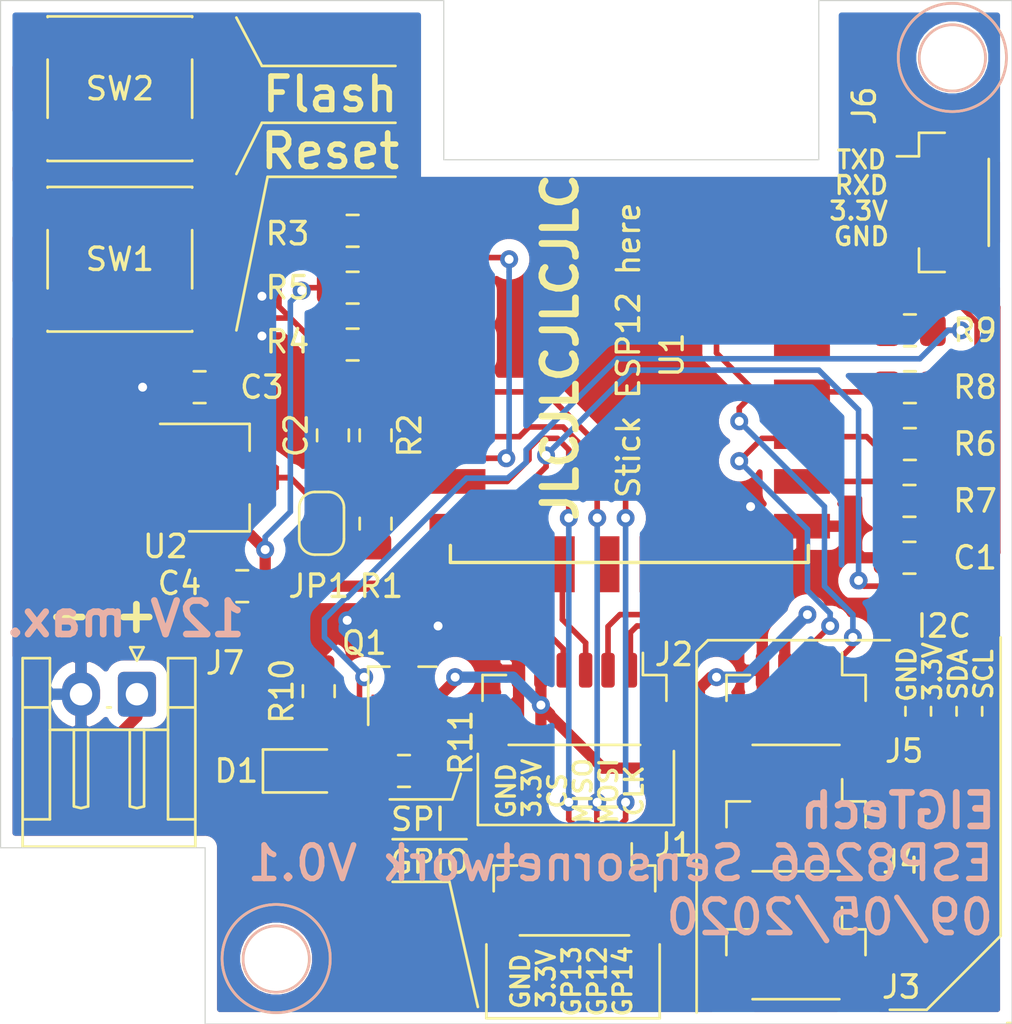
<source format=kicad_pcb>
(kicad_pcb (version 20171130) (host pcbnew "(5.1.5)-3")
  (layers (0 F.Cu signal hide) (31 B.Cu signal) (34 B.Paste user) (35 F.Paste user hide) (36 B.SilkS user) (37 F.SilkS user hide) (38 B.Mask user) (39 F.Mask user hide) (44 Edge.Cuts user))
  (net 0 "")
  (net 1 -BATT)
  (net 2 +3V3)
  (net 3 "Net-(C2-Pad1)")
  (net 4 +BATT)
  (net 5 "Net-(D1-Pad2)")
  (net 6 SENSOR_POWER)
  (net 7 GP2)
  (net 8 GP1)
  (net 9 GP0)
  (net 10 CS)
  (net 11 MISO)
  (net 12 MOSI)
  (net 13 SCLK)
  (net 14 SDA)
  (net 15 SCL)
  (net 16 "Net-(J6-Pad2)")
  (net 17 "Net-(J6-Pad1)")
  (net 18 "Net-(R3-Pad2)")
  (net 19 "Net-(R4-Pad2)")
  (net 20 "Net-(R5-Pad2)")
  (net 21 "Net-(R7-Pad1)")
  (net 22 ENABLE_SENSORS)
  (net 23 "Net-(U1-Pad20)")
  (net 24 "Net-(U1-Pad19)")
  (net 25 "Net-(U1-Pad13)")
  (net 26 "Net-(Q1-Pad1)")
  (net 27 "Net-(JP1-Pad2)")
  (module MountingHole:MountingHole_2.2mm_M2 (layer F.Cu) (at 107.061 43.688)
    (fp_text reference REF** hide)
    (fp_text value MountingHole_2.2mm_M2)
    (pad 1 np_thru_hole circle (at 0 0) (size 2.2 2.2) (drill 2.2) (layers *.Cu *.Mask))
  )
  (module MountingHole:MountingHole_2.2mm_M2 (layer F.Cu) (at 76.835 83.947)
    (fp_text reference REF** hide)
    (fp_text value MountingHole_2.2mm_M2)
    (pad 1 np_thru_hole circle (at 0 0) (size 2.2 2.2) (drill 2.2) (layers *.Cu *.Mask))
  )
  (module Jumper:SolderJumper-2_P1.3mm_Bridged_RoundedPad1.0x1.5mm (layer F.Cu) (at 78.867 64.501 270)
    (fp_text reference JP1 (at 2.809 0.127 180) (layer F.SilkS))
    (fp_text value SolderJumper_2_Bridged)
    (fp_poly (pts (xy 0.25 -0.3) (xy -0.25 -0.3) (xy -0.25 0.3) (xy 0.25 0.3)) (layer F.Cu) (width 0))
    (pad 1 smd custom (at -0.65 0 270) (size 1 0.5) (layers F.Cu F.Mask) (net 4 +BATT) (options (clearance outline) (anchor rect)) (primitives (gr_circle (center 0 0.25) (end 0.5 0.25) (width 0)) (gr_circle (center 0 -0.25) (end 0.5 -0.25) (width 0)) (gr_poly (pts (xy 0 -0.75) (xy 0.5 -0.75) (xy 0.5 0.75) (xy 0 0.75)) (width 0))))
    (pad 2 smd custom (at 0.65 0 270) (size 1 0.5) (layers F.Cu F.Mask) (net 27 "Net-(JP1-Pad2)") (options (clearance outline) (anchor rect)) (primitives (gr_circle (center 0 0.25) (end 0.5 0.25) (width 0)) (gr_circle (center 0 -0.25) (end 0.5 -0.25) (width 0)) (gr_poly (pts (xy 0 -0.75) (xy -0.5 -0.75) (xy -0.5 0.75) (xy 0 0.75)) (width 0))))
  )
  (module ESP8266:ESP-12E_SMD (layer F.Cu) (at 85.64 50.63)
    (fp_text reference U1 (at 8.89 6.35 90) (layer F.SilkS))
    (fp_text value ESP-12F hide)
    (pad 22 smd rect (at 11.99 15 90) (size 2.5 1.1) (drill (offset -0.7 0)) (layers F.Cu F.Paste F.Mask) (net 13 SCLK))
    (pad 21 smd rect (at 9.99 15 90) (size 2.5 1.1) (drill (offset -0.7 0)) (layers F.Cu F.Paste F.Mask) (net 12 MOSI))
    (pad 20 smd rect (at 7.99 15 90) (size 2.5 1.1) (drill (offset -0.7 0)) (layers F.Cu F.Paste F.Mask) (net 23 "Net-(U1-Pad20)"))
    (pad 19 smd rect (at 5.99 15 90) (size 2.5 1.1) (drill (offset -0.7 0)) (layers F.Cu F.Paste F.Mask) (net 24 "Net-(U1-Pad19)"))
    (pad 18 smd rect (at 3.99 15 90) (size 2.5 1.1) (drill (offset -0.7 0)) (layers F.Cu F.Paste F.Mask) (net 11 MISO))
    (pad 17 smd rect (at 1.99 15 90) (size 2.5 1.1) (drill (offset -0.7 0)) (layers F.Cu F.Paste F.Mask) (net 10 CS))
    (pad 16 smd rect (at 14 0) (size 2.5 1.1) (drill (offset 0.7 0)) (layers F.Cu F.Paste F.Mask) (net 17 "Net-(J6-Pad1)"))
    (pad 15 smd rect (at 14 2) (size 2.5 1.1) (drill (offset 0.7 0)) (layers F.Cu F.Paste F.Mask) (net 16 "Net-(J6-Pad2)"))
    (pad 14 smd rect (at 14 4) (size 2.5 1.1) (drill (offset 0.7 0)) (layers F.Cu F.Paste F.Mask) (net 22 ENABLE_SENSORS))
    (pad 13 smd rect (at 14 6) (size 2.5 1.1) (drill (offset 0.7 0)) (layers F.Cu F.Paste F.Mask) (net 25 "Net-(U1-Pad13)"))
    (pad 12 smd rect (at 14 8) (size 2.5 1.1) (drill (offset 0.7 0)) (layers F.Cu F.Paste F.Mask) (net 15 SCL))
    (pad 11 smd rect (at 14 10) (size 2.5 1.1) (drill (offset 0.7 0)) (layers F.Cu F.Paste F.Mask) (net 14 SDA))
    (pad 10 smd rect (at 14 12) (size 2.5 1.1) (drill (offset 0.7 0)) (layers F.Cu F.Paste F.Mask) (net 21 "Net-(R7-Pad1)"))
    (pad 9 smd rect (at 14 14) (size 2.5 1.1) (drill (offset 0.7 0)) (layers F.Cu F.Paste F.Mask) (net 1 -BATT))
    (pad 8 smd rect (at 0 14) (size 2.5 1.1) (drill (offset -0.7 0)) (layers F.Cu F.Paste F.Mask) (net 2 +3V3))
    (pad 7 smd rect (at 0 12) (size 2.5 1.1) (drill (offset -0.7 0)) (layers F.Cu F.Paste F.Mask) (net 9 GP0))
    (pad 6 smd rect (at 0 10) (size 2.5 1.1) (drill (offset -0.7 0)) (layers F.Cu F.Paste F.Mask) (net 8 GP1))
    (pad 5 smd rect (at 0 8) (size 2.5 1.1) (drill (offset -0.7 0)) (layers F.Cu F.Paste F.Mask) (net 7 GP2))
    (pad 4 smd rect (at 0 6) (size 2.5 1.1) (drill (offset -0.7 0)) (layers F.Cu F.Paste F.Mask) (net 19 "Net-(R4-Pad2)"))
    (pad 3 smd rect (at 0 4) (size 2.5 1.1) (drill (offset -0.7 0)) (layers F.Cu F.Paste F.Mask) (net 20 "Net-(R5-Pad2)"))
    (pad 2 smd rect (at 0 2) (size 2.5 1.1) (drill (offset -0.7 0)) (layers F.Cu F.Paste F.Mask) (net 3 "Net-(C2-Pad1)"))
    (pad 1 smd rect (at 0 0) (size 2.5 1.1) (drill (offset -0.7 0)) (layers F.Cu F.Paste F.Mask) (net 18 "Net-(R3-Pad2)"))
  )
  (module Package_TO_SOT_SMD:SuperSOT-3 (layer F.Cu) (at 82.55 71.755 90)
    (fp_text reference Q1 (at 1.905 -1.778 180) (layer F.SilkS))
    (fp_text value FDN337N)
    (pad 3 smd rect (at 1.1 0 90) (size 1.4 1) (layers F.Cu F.Paste F.Mask) (net 2 +3V3))
    (pad 2 smd rect (at -1.1 0.95 90) (size 1.4 1) (layers F.Cu F.Paste F.Mask) (net 6 SENSOR_POWER))
    (pad 1 smd rect (at -1.1 -0.95 90) (size 1.4 1) (layers F.Cu F.Paste F.Mask) (net 26 "Net-(Q1-Pad1)"))
  )
  (module Package_TO_SOT_SMD:SOT-89-3 (layer F.Cu) (at 73.87 62.46)
    (fp_text reference U2 (at -1.988 3.072) (layer F.SilkS))
    (fp_text value HT75xx-1-SOT89)
    (pad 2 smd trapezoid (at -0.0762 0 90) (size 1.5 1) (rect_delta 0 0.7) (layers F.Cu F.Paste F.Mask) (net 4 +BATT))
    (pad 2 smd rect (at 1.3335 0 270) (size 2.2 1.84) (layers F.Cu F.Paste F.Mask) (net 4 +BATT))
    (pad 3 smd rect (at -1.48 1.5 270) (size 1 1.5) (layers F.Cu F.Paste F.Mask) (net 2 +3V3))
    (pad 2 smd rect (at -1.3335 0 270) (size 1 1.8) (layers F.Cu F.Paste F.Mask) (net 4 +BATT))
    (pad 1 smd rect (at -1.48 -1.5 270) (size 1 1.5) (layers F.Cu F.Paste F.Mask) (net 1 -BATT))
    (pad 2 smd trapezoid (at 2.667 0 270) (size 1.6 0.85) (rect_delta 0 0.6) (layers F.Cu F.Paste F.Mask) (net 4 +BATT))
  )
  (module Button_Switch_SMD:SW_Push_1P1T_NO_6x6mm_H9.5mm (layer F.Cu) (at 69.85 45.085)
    (fp_text reference SW2 (at 0 0) (layer F.SilkS))
    (fp_text value Flash)
    (pad 2 smd rect (at 3.975 2.25) (size 1.55 1.3) (layers F.Cu F.Paste F.Mask) (net 1 -BATT))
    (pad 1 smd rect (at 3.975 -2.25) (size 1.55 1.3) (layers F.Cu F.Paste F.Mask) (net 15 SCL))
    (pad 1 smd rect (at -3.975 -2.25) (size 1.55 1.3) (layers F.Cu F.Paste F.Mask) (net 15 SCL))
    (pad 2 smd rect (at -3.975 2.25) (size 1.55 1.3) (layers F.Cu F.Paste F.Mask) (net 1 -BATT))
  )
  (module Button_Switch_SMD:SW_Push_1P1T_NO_6x6mm_H9.5mm (layer F.Cu) (at 69.85 52.705)
    (fp_text reference SW1 (at 0 0) (layer F.SilkS))
    (fp_text value Reset)
    (pad 2 smd rect (at 3.975 2.25) (size 1.55 1.3) (layers F.Cu F.Paste F.Mask) (net 18 "Net-(R3-Pad2)"))
    (pad 1 smd rect (at 3.975 -2.25) (size 1.55 1.3) (layers F.Cu F.Paste F.Mask) (net 1 -BATT))
    (pad 1 smd rect (at -3.975 -2.25) (size 1.55 1.3) (layers F.Cu F.Paste F.Mask) (net 1 -BATT))
    (pad 2 smd rect (at -3.975 2.25) (size 1.55 1.3) (layers F.Cu F.Paste F.Mask) (net 18 "Net-(R3-Pad2)"))
  )
  (module Resistor_SMD:R_0805_2012Metric_Pad1.15x1.40mm_HandSolder (layer F.Cu) (at 82.55 75.565 180)
    (fp_text reference R11 (at -2.54 1.27 90) (layer F.SilkS))
    (fp_text value 2K)
    (pad 2 smd roundrect (at 1.025 0 180) (size 1.15 1.4) (layers F.Cu F.Paste F.Mask) (roundrect_rratio 0.217391) (net 5 "Net-(D1-Pad2)"))
    (pad 1 smd roundrect (at -1.025 0 180) (size 1.15 1.4) (layers F.Cu F.Paste F.Mask) (roundrect_rratio 0.217391) (net 6 SENSOR_POWER))
  )
  (module Resistor_SMD:R_0805_2012Metric_Pad1.15x1.40mm_HandSolder (layer F.Cu) (at 78.74 72 90)
    (fp_text reference R10 (at 0 -1.65 90) (layer F.SilkS))
    (fp_text value 10K)
    (pad 2 smd roundrect (at 1.025 0 90) (size 1.15 1.4) (layers F.Cu F.Paste F.Mask) (roundrect_rratio 0.217391) (net 1 -BATT))
    (pad 1 smd roundrect (at -1.025 0 90) (size 1.15 1.4) (layers F.Cu F.Paste F.Mask) (roundrect_rratio 0.217391) (net 26 "Net-(Q1-Pad1)"))
  )
  (module Resistor_SMD:R_0805_2012Metric_Pad1.15x1.40mm_HandSolder (layer F.Cu) (at 105.165 55.88 180)
    (fp_text reference R9 (at -2.912 0) (layer F.SilkS))
    (fp_text value 1K)
    (pad 2 smd roundrect (at 1.025 0 180) (size 1.15 1.4) (layers F.Cu F.Paste F.Mask) (roundrect_rratio 0.217391) (net 22 ENABLE_SENSORS))
    (pad 1 smd roundrect (at -1.025 0 180) (size 1.15 1.4) (layers F.Cu F.Paste F.Mask) (roundrect_rratio 0.217391) (net 26 "Net-(Q1-Pad1)"))
  )
  (module Resistor_SMD:R_0805_2012Metric_Pad1.15x1.40mm_HandSolder (layer F.Cu) (at 105.165 58.42 180)
    (fp_text reference R8 (at -2.912 0) (layer F.SilkS))
    (fp_text value 10K)
    (pad 1 smd roundrect (at -1.025 0 180) (size 1.15 1.4) (layers F.Cu F.Paste F.Mask) (roundrect_rratio 0.217391) (net 2 +3V3))
    (pad 2 smd roundrect (at 1.025 0 180) (size 1.15 1.4) (layers F.Cu F.Paste F.Mask) (roundrect_rratio 0.217391) (net 15 SCL))
  )
  (module Resistor_SMD:R_0805_2012Metric_Pad1.15x1.40mm_HandSolder (layer F.Cu) (at 105.147 63.5)
    (fp_text reference R7 (at 2.93 0) (layer F.SilkS))
    (fp_text value 10K)
    (pad 2 smd roundrect (at 1.025 0) (size 1.15 1.4) (layers F.Cu F.Paste F.Mask) (roundrect_rratio 0.217391) (net 1 -BATT))
    (pad 1 smd roundrect (at -1.025 0) (size 1.15 1.4) (layers F.Cu F.Paste F.Mask) (roundrect_rratio 0.217391) (net 21 "Net-(R7-Pad1)"))
  )
  (module Resistor_SMD:R_0805_2012Metric_Pad1.15x1.40mm_HandSolder (layer F.Cu) (at 105.165 60.96 180)
    (fp_text reference R6 (at -2.912 0) (layer F.SilkS))
    (fp_text value 10K)
    (pad 2 smd roundrect (at 1.025 0 180) (size 1.15 1.4) (layers F.Cu F.Paste F.Mask) (roundrect_rratio 0.217391) (net 14 SDA))
    (pad 1 smd roundrect (at -1.025 0 180) (size 1.15 1.4) (layers F.Cu F.Paste F.Mask) (roundrect_rratio 0.217391) (net 2 +3V3))
  )
  (module Resistor_SMD:R_0805_2012Metric_Pad1.15x1.40mm_HandSolder (layer F.Cu) (at 80.255 53.975)
    (fp_text reference R5 (at -2.912 0) (layer F.SilkS))
    (fp_text value 10K)
    (pad 2 smd roundrect (at 1.025 0) (size 1.15 1.4) (layers F.Cu F.Paste F.Mask) (roundrect_rratio 0.217391) (net 20 "Net-(R5-Pad2)"))
    (pad 1 smd roundrect (at -1.025 0) (size 1.15 1.4) (layers F.Cu F.Paste F.Mask) (roundrect_rratio 0.217391) (net 2 +3V3))
  )
  (module Resistor_SMD:R_0805_2012Metric_Pad1.15x1.40mm_HandSolder (layer F.Cu) (at 80.255 56.515)
    (fp_text reference R4 (at -2.912 -0.127) (layer F.SilkS))
    (fp_text value 10K)
    (pad 2 smd roundrect (at 1.025 0) (size 1.15 1.4) (layers F.Cu F.Paste F.Mask) (roundrect_rratio 0.217391) (net 19 "Net-(R4-Pad2)"))
    (pad 1 smd roundrect (at -1.025 0) (size 1.15 1.4) (layers F.Cu F.Paste F.Mask) (roundrect_rratio 0.217391) (net 18 "Net-(R3-Pad2)"))
  )
  (module Resistor_SMD:R_0805_2012Metric_Pad1.15x1.40mm_HandSolder (layer F.Cu) (at 80.255 51.435)
    (fp_text reference R3 (at -2.912 0.127) (layer F.SilkS))
    (fp_text value 10K)
    (pad 2 smd roundrect (at 1.025 0) (size 1.15 1.4) (layers F.Cu F.Paste F.Mask) (roundrect_rratio 0.217391) (net 18 "Net-(R3-Pad2)"))
    (pad 1 smd roundrect (at -1.025 0) (size 1.15 1.4) (layers F.Cu F.Paste F.Mask) (roundrect_rratio 0.217391) (net 2 +3V3))
  )
  (module Resistor_SMD:R_0805_2012Metric_Pad1.15x1.40mm_HandSolder (layer F.Cu) (at 81.28 60.57 90)
    (fp_text reference R2 (at -0.009 1.524 90) (layer F.SilkS))
    (fp_text value 100K)
    (pad 2 smd roundrect (at 1.025 0 90) (size 1.15 1.4) (layers F.Cu F.Paste F.Mask) (roundrect_rratio 0.217391) (net 1 -BATT))
    (pad 1 smd roundrect (at -1.025 0 90) (size 1.15 1.4) (layers F.Cu F.Paste F.Mask) (roundrect_rratio 0.217391) (net 3 "Net-(C2-Pad1)"))
  )
  (module Resistor_SMD:R_0805_2012Metric_Pad1.15x1.40mm_HandSolder (layer F.Cu) (at 81.28 64.516 90)
    (fp_text reference R1 (at -2.794 0.254 180) (layer F.SilkS))
    (fp_text value 1M)
    (pad 2 smd roundrect (at 1.025 0 90) (size 1.15 1.4) (layers F.Cu F.Paste F.Mask) (roundrect_rratio 0.217391) (net 3 "Net-(C2-Pad1)"))
    (pad 1 smd roundrect (at -1.025 0 90) (size 1.15 1.4) (layers F.Cu F.Paste F.Mask) (roundrect_rratio 0.217391) (net 27 "Net-(JP1-Pad2)"))
  )
  (module Connector_JST:JST_EH_S2B-EH_1x02_P2.50mm_Horizontal (layer F.Cu) (at 70.612 72.136 180)
    (fp_text reference J7 (at -3.937 1.397) (layer F.SilkS))
    (fp_text value Conn_01x02_Male)
    (pad 2 thru_hole oval (at 2.5 0 180) (size 1.7 2) (drill 1) (layers *.Cu *.Mask) (net 1 -BATT))
    (pad 1 thru_hole roundrect (at 0 0 180) (size 1.7 2) (drill 1) (layers *.Cu *.Mask) (roundrect_rratio 0.147059) (net 4 +BATT))
  )
  (module Connector_JST:JST_SH_BM04B-SRSS-TB_1x04-1MP_P1.00mm_Vertical (layer F.Cu) (at 106.68 50.165 270)
    (fp_text reference J6 (at -4.318 3.556 90) (layer F.SilkS))
    (fp_text value Conn_01x04_Female)
    (pad MP smd roundrect (at 2.8 -1.2 270) (size 1.2 1.8) (layers F.Cu F.Paste F.Mask) (roundrect_rratio 0.208333))
    (pad MP smd roundrect (at -2.8 -1.2 270) (size 1.2 1.8) (layers F.Cu F.Paste F.Mask) (roundrect_rratio 0.208333))
    (pad 4 smd roundrect (at 1.5 1.325 270) (size 0.6 1.55) (layers F.Cu F.Paste F.Mask) (net 1 -BATT))
    (pad 3 smd roundrect (at 0.5 1.325 270) (size 0.6 1.55) (layers F.Cu F.Paste F.Mask) (net 2 +3V3))
    (pad 2 smd roundrect (at -0.5 1.325 270) (size 0.6 1.55) (layers F.Cu F.Paste F.Mask) (net 16 "Net-(J6-Pad2)"))
    (pad 1 smd roundrect (at -1.5 1.325 270) (size 0.6 1.55) (layers F.Cu F.Paste F.Mask) (net 17 "Net-(J6-Pad1)"))
  )
  (module Connector_JST:JST_SH_BM04B-SRSS-TB_1x04-1MP_P1.00mm_Vertical (layer F.Cu) (at 100.076 72.39 180)
    (fp_text reference J5 (at -4.832 -2.286) (layer F.SilkS))
    (fp_text value Conn_01x04_Female)
    (pad MP smd roundrect (at 2.8 -1.2 180) (size 1.2 1.8) (layers F.Cu F.Paste F.Mask) (roundrect_rratio 0.208333))
    (pad MP smd roundrect (at -2.8 -1.2 180) (size 1.2 1.8) (layers F.Cu F.Paste F.Mask) (roundrect_rratio 0.208333))
    (pad 4 smd roundrect (at 1.5 1.325 180) (size 0.6 1.55) (layers F.Cu F.Paste F.Mask) (net 1 -BATT))
    (pad 3 smd roundrect (at 0.5 1.325 180) (size 0.6 1.55) (layers F.Cu F.Paste F.Mask) (net 6 SENSOR_POWER))
    (pad 2 smd roundrect (at -0.5 1.325 180) (size 0.6 1.55) (layers F.Cu F.Paste F.Mask) (net 14 SDA))
    (pad 1 smd roundrect (at -1.5 1.325 180) (size 0.6 1.55) (layers F.Cu F.Paste F.Mask) (net 15 SCL))
  )
  (module Connector_JST:JST_SH_BM04B-SRSS-TB_1x04-1MP_P1.00mm_Vertical (layer F.Cu) (at 100.076 78.035 180)
    (fp_text reference J4 (at -4.699 -1.594) (layer F.SilkS))
    (fp_text value Conn_01x04_Female)
    (pad MP smd roundrect (at 2.8 -1.2 180) (size 1.2 1.8) (layers F.Cu F.Paste F.Mask) (roundrect_rratio 0.208333))
    (pad MP smd roundrect (at -2.8 -1.2 180) (size 1.2 1.8) (layers F.Cu F.Paste F.Mask) (roundrect_rratio 0.208333))
    (pad 4 smd roundrect (at 1.5 1.325 180) (size 0.6 1.55) (layers F.Cu F.Paste F.Mask) (net 1 -BATT))
    (pad 3 smd roundrect (at 0.5 1.325 180) (size 0.6 1.55) (layers F.Cu F.Paste F.Mask) (net 6 SENSOR_POWER))
    (pad 2 smd roundrect (at -0.5 1.325 180) (size 0.6 1.55) (layers F.Cu F.Paste F.Mask) (net 14 SDA))
    (pad 1 smd roundrect (at -1.5 1.325 180) (size 0.6 1.55) (layers F.Cu F.Paste F.Mask) (net 15 SCL))
  )
  (module Connector_JST:JST_SH_BM04B-SRSS-TB_1x04-1MP_P1.00mm_Vertical (layer F.Cu) (at 100.07 83.75 180)
    (fp_text reference J3 (at -4.705 -1.467) (layer F.SilkS))
    (fp_text value Conn_01x04_Female)
    (pad MP smd roundrect (at 2.8 -1.2 180) (size 1.2 1.8) (layers F.Cu F.Paste F.Mask) (roundrect_rratio 0.208333))
    (pad MP smd roundrect (at -2.8 -1.2 180) (size 1.2 1.8) (layers F.Cu F.Paste F.Mask) (roundrect_rratio 0.208333))
    (pad 4 smd roundrect (at 1.5 1.325 180) (size 0.6 1.55) (layers F.Cu F.Paste F.Mask) (net 1 -BATT))
    (pad 3 smd roundrect (at 0.5 1.325 180) (size 0.6 1.55) (layers F.Cu F.Paste F.Mask) (net 6 SENSOR_POWER))
    (pad 2 smd roundrect (at -0.5 1.325 180) (size 0.6 1.55) (layers F.Cu F.Paste F.Mask) (net 14 SDA))
    (pad 1 smd roundrect (at -1.5 1.325 180) (size 0.6 1.55) (layers F.Cu F.Paste F.Mask) (net 15 SCL))
  )
  (module Connector_JST:JST_SH_BM06B-SRSS-TB_1x06-1MP_P1.00mm_Vertical (layer F.Cu) (at 90.17 72.39 180)
    (fp_text reference J2 (at -4.445 2.032) (layer F.SilkS))
    (fp_text value Conn_01x06_Female)
    (pad MP smd roundrect (at 3.8 -1.2 180) (size 1.2 1.8) (layers F.Cu F.Paste F.Mask) (roundrect_rratio 0.208333))
    (pad MP smd roundrect (at -3.8 -1.2 180) (size 1.2 1.8) (layers F.Cu F.Paste F.Mask) (roundrect_rratio 0.208333))
    (pad 6 smd roundrect (at 2.5 1.325 180) (size 0.6 1.55) (layers F.Cu F.Paste F.Mask) (net 1 -BATT))
    (pad 5 smd roundrect (at 1.5 1.325 180) (size 0.6 1.55) (layers F.Cu F.Paste F.Mask) (net 6 SENSOR_POWER))
    (pad 4 smd roundrect (at 0.5 1.325 180) (size 0.6 1.55) (layers F.Cu F.Paste F.Mask) (net 10 CS))
    (pad 3 smd roundrect (at -0.5 1.325 180) (size 0.6 1.55) (layers F.Cu F.Paste F.Mask) (net 11 MISO))
    (pad 2 smd roundrect (at -1.5 1.325 180) (size 0.6 1.55) (layers F.Cu F.Paste F.Mask) (net 12 MOSI))
    (pad 1 smd roundrect (at -2.5 1.325 180) (size 0.6 1.55) (layers F.Cu F.Paste F.Mask) (net 13 SCLK))
  )
  (module Connector_JST:JST_SH_BM05B-SRSS-TB_1x05-1MP_P1.00mm_Vertical (layer F.Cu) (at 90.17 80.899 180)
    (fp_text reference J1 (at -4.445 2.032) (layer F.SilkS))
    (fp_text value Conn_01x05_Female)
    (pad MP smd roundrect (at 3.3 -1.2 180) (size 1.2 1.8) (layers F.Cu F.Paste F.Mask) (roundrect_rratio 0.208333))
    (pad MP smd roundrect (at -3.3 -1.2 180) (size 1.2 1.8) (layers F.Cu F.Paste F.Mask) (roundrect_rratio 0.208333))
    (pad 5 smd roundrect (at 2 1.325 180) (size 0.6 1.55) (layers F.Cu F.Paste F.Mask) (net 1 -BATT))
    (pad 4 smd roundrect (at 1 1.325 180) (size 0.6 1.55) (layers F.Cu F.Paste F.Mask) (net 6 SENSOR_POWER))
    (pad 3 smd roundrect (at 0 1.325 180) (size 0.6 1.55) (layers F.Cu F.Paste F.Mask) (net 9 GP0))
    (pad 2 smd roundrect (at -1 1.325 180) (size 0.6 1.55) (layers F.Cu F.Paste F.Mask) (net 8 GP1))
    (pad 1 smd roundrect (at -2 1.325 180) (size 0.6 1.55) (layers F.Cu F.Paste F.Mask) (net 7 GP2))
  )
  (module LED_SMD:LED_0805_2012Metric_Pad1.15x1.40mm_HandSolder (layer F.Cu) (at 78.105 75.565)
    (fp_text reference D1 (at -3.048 0) (layer F.SilkS))
    (fp_text value SensorsEnabled)
    (pad 2 smd roundrect (at 1.025 0) (size 1.15 1.4) (layers F.Cu F.Paste F.Mask) (roundrect_rratio 0.217391) (net 5 "Net-(D1-Pad2)"))
    (pad 1 smd roundrect (at -1.025 0) (size 1.15 1.4) (layers F.Cu F.Paste F.Mask) (roundrect_rratio 0.217391) (net 1 -BATT))
  )
  (module Capacitor_SMD:C_0805_2012Metric_Pad1.15x1.40mm_HandSolder (layer F.Cu) (at 75.32 67.31 180)
    (fp_text reference C4 (at 2.803 0.127) (layer F.SilkS))
    (fp_text value 10uF)
    (pad 2 smd roundrect (at 1.025 0 180) (size 1.15 1.4) (layers F.Cu F.Paste F.Mask) (roundrect_rratio 0.217391) (net 1 -BATT))
    (pad 1 smd roundrect (at -1.025 0 180) (size 1.15 1.4) (layers F.Cu F.Paste F.Mask) (roundrect_rratio 0.217391) (net 2 +3V3))
  )
  (module Capacitor_SMD:C_0805_2012Metric_Pad1.15x1.40mm_HandSolder (layer F.Cu) (at 73.415 58.42 180)
    (fp_text reference C3 (at -2.785 0) (layer F.SilkS))
    (fp_text value 10uF)
    (pad 2 smd roundrect (at 1.025 0 180) (size 1.15 1.4) (layers F.Cu F.Paste F.Mask) (roundrect_rratio 0.217391) (net 1 -BATT))
    (pad 1 smd roundrect (at -1.025 0 180) (size 1.15 1.4) (layers F.Cu F.Paste F.Mask) (roundrect_rratio 0.217391) (net 4 +BATT))
  )
  (module Capacitor_SMD:C_0805_2012Metric_Pad1.15x1.40mm_HandSolder (layer F.Cu) (at 79.375 60.57 90)
    (fp_text reference C2 (at 0 -1.65 90) (layer F.SilkS))
    (fp_text value 100pF)
    (pad 2 smd roundrect (at 1.025 0 90) (size 1.15 1.4) (layers F.Cu F.Paste F.Mask) (roundrect_rratio 0.217391) (net 1 -BATT))
    (pad 1 smd roundrect (at -1.025 0 90) (size 1.15 1.4) (layers F.Cu F.Paste F.Mask) (roundrect_rratio 0.217391) (net 3 "Net-(C2-Pad1)"))
  )
  (module Capacitor_SMD:C_0805_2012Metric_Pad1.15x1.40mm_HandSolder (layer F.Cu) (at 105.147 66.04 180)
    (fp_text reference C1 (at -2.93 0) (layer F.SilkS))
    (fp_text value 100pF)
    (pad 2 smd roundrect (at 1.025 0 180) (size 1.15 1.4) (layers F.Cu F.Paste F.Mask) (roundrect_rratio 0.217391) (net 1 -BATT))
    (pad 1 smd roundrect (at -1.025 0 180) (size 1.15 1.4) (layers F.Cu F.Paste F.Mask) (roundrect_rratio 0.217391) (net 2 +3V3))
  )
  (dimension 45.057205 (width 0.12) (layer F.SilkS) (gr_text "45.057 mm" (at 87.081113 32.403981 0.1453466682) (layer F.SilkS) (effects (font (size 1 1) (thickness 0.15)))) (feature1 (pts (xy 109.63148 40.95496) (xy 109.611377 33.030408))) (feature2 (pts (xy 64.57442 41.06926) (xy 64.554317 33.144708))) (crossbar (pts (xy 64.555805 33.731127) (xy 109.612865 33.616827))) (arrow1a (pts (xy 109.612865 33.616827) (xy 108.487852 34.206104))) (arrow1b (pts (xy 109.612865 33.616827) (xy 108.484877 33.033266))) (arrow2a (pts (xy 64.555805 33.731127) (xy 65.683793 34.314688))) (arrow2b (pts (xy 64.555805 33.731127) (xy 65.680818 33.14185))))
  (dimension 45.756157 (width 0.12) (layer F.SilkS) (gr_text "45.756 mm" (at 127.553115 64.038568 89.70738504) (layer F.SilkS) (effects (font (size 1 1) (thickness 0.15)))) (feature1 (pts (xy 109.51464 86.82482) (xy 126.752705 86.912857))) (feature2 (pts (xy 109.74832 41.06926) (xy 126.986385 41.157297))) (crossbar (pts (xy 126.399972 41.154302) (xy 126.166292 86.909862))) (arrow1a (pts (xy 126.166292 86.909862) (xy 125.585632 85.780378))) (arrow1b (pts (xy 126.166292 86.909862) (xy 126.758458 85.786368))) (arrow2a (pts (xy 126.399972 41.154302) (xy 125.807806 42.277796))) (arrow2b (pts (xy 126.399972 41.154302) (xy 126.980632 42.283786))))
  (gr_circle (center 76.83754 83.946759) (end 79.255548 83.946759) (layer B.SilkS) (width 0.12))
  (gr_circle (center 76.83754 83.96732) (end 78.318602 83.96732) (layer B.SilkS) (width 0.12))
  (gr_circle (center 107.06354 43.69054) (end 109.481548 43.69054) (layer B.SilkS) (width 0.12))
  (gr_circle (center 107.06354 43.711101) (end 108.544602 43.711101) (layer B.SilkS) (width 0.12))
  (gr_line (start 108.3945 72.7075) (end 108.3945 73.0885) (layer F.SilkS) (width 0.12))
  (gr_line (start 107.2515 72.7075) (end 107.2515 73.0885) (layer F.SilkS) (width 0.12))
  (gr_line (start 106.1085 72.7075) (end 106.1085 73.0885) (layer F.SilkS) (width 0.12))
  (gr_line (start 104.9655 72.7075) (end 104.9655 73.0885) (layer F.SilkS) (width 0.12))
  (gr_circle (center 76.835 83.947) (end 78.0415 81.8515) (layer F.SilkS) (width 0.12))
  (gr_circle (center 76.835 83.967561) (end 77.597 82.697561) (layer F.SilkS) (width 0.12))
  (gr_circle (center 107.061 43.708561) (end 107.823 42.438561) (layer F.SilkS) (width 0.12))
  (gr_circle (center 107.061 43.688) (end 108.2675 41.5925) (layer F.SilkS) (width 0.12))
  (gr_text EIGTech (at 104.63022 77.343) (layer B.SilkS) (effects (font (size 1.5 1.5) (thickness 0.3)) (justify mirror)))
  (gr_text "12V max." (at 70.104 68.7705) (layer B.SilkS) (effects (font (size 1.5 1.5) (thickness 0.3)) (justify mirror)))
  (gr_text JLCJLCJLCJLC (at 89.535 56.642 90) (layer F.SilkS) (effects (font (size 1.5 1.5) (thickness 0.3))))
  (gr_text "ESP8266 Sensornetwork V0.1\n09/05/2020" (at 109.03204 80.89392) (layer B.SilkS) (effects (font (size 1.5 1.5) (thickness 0.25)) (justify left mirror)))
  (gr_line (start 84.582 80.518) (end 85.852 86.106) (layer F.SilkS) (width 0.12))
  (gr_line (start 82.042 80.518) (end 84.582 80.518) (layer F.SilkS) (width 0.12))
  (gr_line (start 84.709 76.835) (end 85.09 75.692) (layer F.SilkS) (width 0.12))
  (gr_line (start 81.915 76.835) (end 84.709 76.835) (layer F.SilkS) (width 0.12))
  (gr_line (start 82.042 78.613) (end 85.344 78.613) (layer F.SilkS) (width 0.12))
  (gr_text GPIO (at 83.693 79.629) (layer F.SilkS) (effects (font (size 1 1))))
  (gr_text SPI (at 83.185 77.724) (layer F.SilkS) (effects (font (size 1 1))))
  (gr_text "Stick ESP12 here" (at 92.583 56.769 90) (layer F.SilkS) (effects (font (size 1 1))))
  (gr_line (start 93.98 86.614) (end 93.98 83.312) (layer F.SilkS) (width 0.12))
  (gr_line (start 93.853 86.614) (end 93.98 86.614) (layer F.SilkS) (width 0.12))
  (gr_line (start 86.233 86.614) (end 93.853 86.614) (layer F.SilkS) (width 0.12))
  (gr_line (start 86.233 83.312) (end 86.233 86.614) (layer F.SilkS) (width 0.12))
  (gr_line (start 94.615 77.978) (end 94.615 74.676) (layer F.SilkS) (width 0.12))
  (gr_line (start 85.852 77.978) (end 94.615 77.978) (layer F.SilkS) (width 0.12))
  (gr_line (start 85.852 74.803) (end 85.852 77.978) (layer F.SilkS) (width 0.12))
  (gr_text GP14 (at 92.329 84.963 90) (layer F.SilkS) (effects (font (size 0.8 0.8))))
  (gr_text GP13 (at 90.043 84.963 90) (layer F.SilkS) (effects (font (size 0.8 0.8))))
  (gr_text GND (at 87.757 84.963 90) (layer F.SilkS) (effects (font (size 0.8 0.8))))
  (gr_text GP12 (at 91.186 84.963 90) (layer F.SilkS) (effects (font (size 0.8 0.8))))
  (gr_text 3.3V (at 88.9 84.836 90) (layer F.SilkS) (effects (font (size 0.8 0.8))))
  (gr_text MOSI (at 91.694 76.454 90) (layer F.SilkS) (effects (font (size 0.8 0.8))))
  (gr_text CLK (at 92.837 76.454 90) (layer F.SilkS) (effects (font (size 0.8 0.8))))
  (gr_text MISO (at 90.551 76.454 90) (layer F.SilkS) (effects (font (size 0.8 0.8))))
  (gr_text CS (at 89.408 76.454 90) (layer F.SilkS) (effects (font (size 0.8 0.8))))
  (gr_text GND (at 87.122 76.454 90) (layer F.SilkS) (effects (font (size 0.8 0.8))))
  (gr_text 3.3V (at 88.265 76.327 90) (layer F.SilkS) (effects (font (size 0.8 0.8))))
  (gr_text "- +" (at 69.088 68.58) (layer F.SilkS) (effects (font (size 1.5 1.5) (thickness 0.3))))
  (gr_line (start 96.139 69.723) (end 104.267 69.723) (layer F.SilkS) (width 0.12))
  (gr_line (start 95.631 70.231) (end 96.139 69.723) (layer F.SilkS) (width 0.12))
  (gr_line (start 95.631 70.231) (end 95.631 86.36) (layer F.SilkS) (width 0.12))
  (gr_line (start 105.918 86.233) (end 104.267 86.233) (layer F.SilkS) (width 0.12))
  (gr_line (start 109.22 82.931) (end 105.918 86.233) (layer F.SilkS) (width 0.12))
  (gr_line (start 109.22 69.596) (end 109.22 82.931) (layer F.SilkS) (width 0.12))
  (gr_text SCL (at 108.458 71.247 90) (layer F.SilkS) (effects (font (size 0.8 0.8))))
  (gr_text 3.3V (at 106.172 71.12 90) (layer F.SilkS) (effects (font (size 0.8 0.8))))
  (gr_text GND (at 105.029 71.247 90) (layer F.SilkS) (effects (font (size 0.8 0.8))))
  (gr_text SDA (at 107.315 71.247 90) (layer F.SilkS) (effects (font (size 0.8 0.8))))
  (gr_text I2C (at 106.68 69.088) (layer F.SilkS) (effects (font (size 1 1))))
  (gr_text TXD (at 102.997 48.26) (layer F.SilkS) (effects (font (size 0.8 0.8))))
  (gr_text RXD (at 102.997 49.403) (layer F.SilkS) (effects (font (size 0.8 0.8))))
  (gr_text 3.3V (at 102.87 50.546) (layer F.SilkS) (effects (font (size 0.8 0.8))))
  (gr_text GND (at 102.997 51.689) (layer F.SilkS) (effects (font (size 0.8 0.8))))
  (gr_line (start 76.2 44.069) (end 75.057 41.91) (layer F.SilkS) (width 0.12))
  (gr_line (start 82.169 44.069) (end 76.2 44.069) (layer F.SilkS) (width 0.12))
  (gr_line (start 76.454 49.022) (end 75.057 55.88) (layer F.SilkS) (width 0.12))
  (gr_line (start 82.169 49.022) (end 76.454 49.022) (layer F.SilkS) (width 0.12))
  (gr_line (start 76.2 46.609) (end 82.169 46.609) (layer F.SilkS) (width 0.12))
  (gr_line (start 75.057 48.895) (end 76.2 46.609) (layer F.SilkS) (width 0.12))
  (gr_text Reset (at 79.248 47.879) (layer F.SilkS) (effects (font (size 1.5 1.5) (thickness 0.25))))
  (gr_text Flash (at 79.248 45.339) (layer F.SilkS) (effects (font (size 1.5 1.5) (thickness 0.25))))
  (gr_line (start 64.516 78.994) (end 64.516 67.564) (layer Edge.Cuts) (width 0.05))
  (gr_line (start 106.172 86.868) (end 73.66 86.868) (layer Edge.Cuts) (width 0.05))
  (gr_line (start 73.66 78.994) (end 73.66 86.868) (layer Edge.Cuts) (width 0.05))
  (gr_line (start 64.516 78.994) (end 73.66 78.994) (layer Edge.Cuts) (width 0.05))
  (gr_line (start 109.728 86.868) (end 109.22 86.868) (layer Edge.Cuts) (width 0.05))
  (gr_line (start 109.728 41.148) (end 109.728 86.868) (layer Edge.Cuts) (width 0.05))
  (gr_line (start 109.728 41.148) (end 109.22 41.148) (layer Edge.Cuts) (width 0.05))
  (gr_line (start 109.22 41.148) (end 101.092 41.148) (layer Edge.Cuts) (width 0.05))
  (gr_line (start 108.712 86.868) (end 109.22 86.868) (layer Edge.Cuts) (width 0.05))
  (gr_line (start 106.172 86.868) (end 108.712 86.868) (layer Edge.Cuts) (width 0.05))
  (gr_line (start 64.516 41.148) (end 64.516 67.564) (layer Edge.Cuts) (width 0.05))
  (gr_line (start 84.328 41.148) (end 64.516 41.148) (layer Edge.Cuts) (width 0.05))
  (gr_line (start 101.092 48.26) (end 101.092 41.148) (layer Edge.Cuts) (width 0.05))
  (gr_line (start 84.328 48.26) (end 101.092 48.26) (layer Edge.Cuts) (width 0.05))
  (gr_line (start 84.328 41.148) (end 84.328 48.26) (layer Edge.Cuts) (width 0.05))
  (segment (start 79.375 59.545) (end 81.28 59.545) (width 0.25) (layer F.Cu) (net 1))
  (segment (start 72.39 60.96) (end 72.39 58.42) (width 0.5) (layer F.Cu) (net 1))
  (segment (start 79.375 58.97) (end 77.301 56.896) (width 0.25) (layer F.Cu) (net 1))
  (segment (start 79.375 59.545) (end 79.375 58.97) (width 0.25) (layer F.Cu) (net 1))
  (segment (start 73.214 56.896) (end 72.39 57.72) (width 0.25) (layer F.Cu) (net 1))
  (segment (start 72.39 57.72) (end 72.39 58.42) (width 0.25) (layer F.Cu) (net 1))
  (segment (start 65.875 47.335) (end 65.875 50.455) (width 0.5) (layer F.Cu) (net 1))
  (segment (start 73.825 47.335) (end 73.825 50.455) (width 0.5) (layer F.Cu) (net 1))
  (segment (start 99.64 64.63) (end 99.754 64.516) (width 0.25) (layer F.Cu) (net 1))
  (segment (start 106.172 64.2) (end 105.602 64.77) (width 0.25) (layer F.Cu) (net 1))
  (segment (start 106.172 63.5) (end 106.172 64.2) (width 0.25) (layer F.Cu) (net 1))
  (segment (start 104.122 65.34) (end 104.122 66.04) (width 0.25) (layer F.Cu) (net 1))
  (segment (start 104.692 64.77) (end 104.122 65.34) (width 0.25) (layer F.Cu) (net 1))
  (segment (start 105.602 64.77) (end 104.692 64.77) (width 0.25) (layer F.Cu) (net 1))
  (segment (start 98.57 71.01) (end 98.57 76.71) (width 0.5) (layer F.Cu) (net 1))
  (segment (start 98.57 76.71) (end 98.57 82.425) (width 0.5) (layer F.Cu) (net 1))
  (segment (start 87.67 71.065) (end 87.67 78.526) (width 0.5) (layer F.Cu) (net 1))
  (segment (start 88.17 79.026) (end 88.17 79.955) (width 0.5) (layer F.Cu) (net 1))
  (segment (start 87.67 78.526) (end 88.17 79.026) (width 0.5) (layer F.Cu) (net 1))
  (segment (start 77.08 71.935) (end 77.08 74.865) (width 0.5) (layer F.Cu) (net 1))
  (segment (start 78.04 70.975) (end 77.08 71.935) (width 0.5) (layer F.Cu) (net 1))
  (segment (start 77.08 74.865) (end 77.08 75.565) (width 0.5) (layer F.Cu) (net 1))
  (segment (start 78.74 70.975) (end 78.04 70.975) (width 0.5) (layer F.Cu) (net 1))
  (segment (start 74.295 68.01) (end 74.295 67.31) (width 0.5) (layer F.Cu) (net 1))
  (segment (start 77.26 70.975) (end 74.295 68.01) (width 0.5) (layer F.Cu) (net 1))
  (segment (start 78.74 70.975) (end 77.26 70.975) (width 0.5) (layer F.Cu) (net 1))
  (segment (start 98.57 71.01) (end 98.57 68.52) (width 0.5) (layer F.Cu) (net 1))
  (segment (start 78.74 70.4) (end 80.01 69.13) (width 0.5) (layer F.Cu) (net 1))
  (segment (start 78.74 70.975) (end 78.74 70.4) (width 0.5) (layer F.Cu) (net 1))
  (segment (start 80.01 69.13) (end 80.01 68.834) (width 0.5) (layer F.Cu) (net 1))
  (segment (start 80.01 68.834) (end 80.01 68.834) (width 0.5) (layer F.Cu) (net 1))
  (via (at 80.01 68.834) (size 0.8) (drill 0.4) (layers F.Cu B.Cu) (net 1))
  (segment (start 80.01 68.834) (end 80.264 68.58) (width 0.5) (layer B.Cu) (net 1))
  (segment (start 98.57 68.52) (end 99.314 67.818) (width 0.5) (layer F.Cu) (net 1))
  (segment (start 99.64 67.492) (end 99.314 67.818) (width 0.5) (layer F.Cu) (net 1))
  (segment (start 101.02 66.984) (end 101.6 67.564) (width 0.5) (layer F.Cu) (net 1))
  (segment (start 101.6 67.564) (end 101.528 67.492) (width 0.25) (layer F.Cu) (net 1))
  (segment (start 101.964 66.04) (end 101.02 66.984) (width 0.5) (layer F.Cu) (net 1))
  (segment (start 102.87 66.04) (end 101.964 66.04) (width 0.5) (layer F.Cu) (net 1))
  (segment (start 104.122 66.04) (end 102.87 66.04) (width 0.5) (layer F.Cu) (net 1))
  (segment (start 100.402 66.984) (end 100.148 66.984) (width 0.25) (layer F.Cu) (net 1))
  (segment (start 100.148 66.984) (end 99.568 67.564) (width 0.5) (layer F.Cu) (net 1))
  (segment (start 100.402 66.984) (end 101.02 66.984) (width 0.5) (layer F.Cu) (net 1))
  (segment (start 99.568 67.564) (end 99.64 67.492) (width 0.25) (layer F.Cu) (net 1))
  (segment (start 99.64 66.476) (end 100.148 66.984) (width 0.5) (layer F.Cu) (net 1))
  (segment (start 99.64 64.63) (end 99.64 66.476) (width 0.5) (layer F.Cu) (net 1))
  (segment (start 74.85 50.455) (end 76.2 51.805) (width 0.25) (layer F.Cu) (net 1))
  (segment (start 73.825 50.455) (end 74.85 50.455) (width 0.25) (layer F.Cu) (net 1))
  (segment (start 76.2 51.805) (end 76.2 54.356) (width 0.25) (layer F.Cu) (net 1))
  (segment (start 76.2 54.356) (end 76.2 54.356) (width 0.25) (layer F.Cu) (net 1))
  (via (at 76.2 54.356) (size 0.8) (drill 0.4) (layers F.Cu B.Cu) (net 1))
  (segment (start 76.2 56.896) (end 76.2 56.134) (width 0.25) (layer F.Cu) (net 1))
  (segment (start 76.2 56.896) (end 73.214 56.896) (width 0.25) (layer F.Cu) (net 1))
  (segment (start 77.301 56.896) (end 76.2 56.896) (width 0.25) (layer F.Cu) (net 1))
  (segment (start 76.2 56.134) (end 76.2 56.134) (width 0.25) (layer F.Cu) (net 1))
  (via (at 76.2 56.134) (size 0.8) (drill 0.4) (layers F.Cu B.Cu) (net 1))
  (segment (start 76.2 54.356) (end 76.2 56.134) (width 0.25) (layer B.Cu) (net 1))
  (segment (start 80.01 68.834) (end 85.598 63.246) (width 0.5) (layer B.Cu) (net 1))
  (segment (start 85.598 63.246) (end 97.536 63.246) (width 0.5) (layer B.Cu) (net 1))
  (segment (start 97.536 63.246) (end 98.044 63.754) (width 0.5) (layer B.Cu) (net 1))
  (segment (start 98.044 63.754) (end 98.044 63.754) (width 0.5) (layer B.Cu) (net 1))
  (via (at 98.044 63.754) (size 0.8) (drill 0.4) (layers F.Cu B.Cu) (net 1))
  (segment (start 98.92 64.63) (end 98.044 63.754) (width 0.5) (layer F.Cu) (net 1))
  (segment (start 99.64 64.63) (end 98.92 64.63) (width 0.5) (layer F.Cu) (net 1))
  (segment (start 80.409999 68.434001) (end 83.420001 68.434001) (width 0.5) (layer B.Cu) (net 1))
  (segment (start 80.01 68.834) (end 80.409999 68.434001) (width 0.5) (layer B.Cu) (net 1))
  (segment (start 83.420001 68.434001) (end 84.074 69.088) (width 0.5) (layer B.Cu) (net 1))
  (segment (start 84.074 69.088) (end 84.074 69.088) (width 0.5) (layer B.Cu) (net 1))
  (via (at 84.074 69.088) (size 0.8) (drill 0.4) (layers F.Cu B.Cu) (net 1))
  (segment (start 87.67 70.652) (end 87.67 71.065) (width 0.25) (layer F.Cu) (net 1))
  (segment (start 84.074 69.088) (end 86.106 69.088) (width 0.5) (layer F.Cu) (net 1))
  (segment (start 86.106 69.088) (end 87.67 70.652) (width 0.5) (layer F.Cu) (net 1))
  (segment (start 72.39 58.42) (end 70.866 58.42) (width 0.5) (layer F.Cu) (net 1))
  (segment (start 70.866 58.42) (end 70.866 58.42) (width 0.5) (layer F.Cu) (net 1))
  (via (at 70.866 58.42) (size 0.8) (drill 0.4) (layers F.Cu B.Cu) (net 1))
  (segment (start 73.72 67.31) (end 74.295 67.31) (width 0.5) (layer F.Cu) (net 1))
  (segment (start 71.438 67.31) (end 73.72 67.31) (width 0.5) (layer F.Cu) (net 1))
  (segment (start 68.112 70.636) (end 71.438 67.31) (width 0.5) (layer F.Cu) (net 1))
  (segment (start 68.112 72.136) (end 68.112 70.636) (width 0.5) (layer F.Cu) (net 1))
  (segment (start 68.112 70.572) (end 68.112 72.136) (width 0.5) (layer B.Cu) (net 1))
  (segment (start 70.358 68.326) (end 68.112 70.572) (width 0.5) (layer B.Cu) (net 1))
  (segment (start 70.866 67.31) (end 70.866 67.818) (width 0.5) (layer B.Cu) (net 1))
  (segment (start 70.866 67.818) (end 70.358 68.326) (width 0.5) (layer B.Cu) (net 1))
  (segment (start 70.866 58.42) (end 70.866 67.31) (width 0.5) (layer B.Cu) (net 1))
  (segment (start 105.355 52.777) (end 105.355 51.665) (width 0.5) (layer F.Cu) (net 1))
  (segment (start 106.68 54.102) (end 105.355 52.777) (width 0.5) (layer F.Cu) (net 1))
  (segment (start 108.204 54.102) (end 106.68 54.102) (width 0.5) (layer F.Cu) (net 1))
  (segment (start 101.528 67.492) (end 102.108 68.072) (width 0.5) (layer F.Cu) (net 1))
  (segment (start 106.68 68.072) (end 108.712 66.04) (width 0.5) (layer F.Cu) (net 1))
  (segment (start 102.108 68.072) (end 106.68 68.072) (width 0.5) (layer F.Cu) (net 1))
  (segment (start 108.204 54.102) (end 108.966 54.864) (width 0.5) (layer F.Cu) (net 1))
  (segment (start 108.966 65.786) (end 106.68 68.072) (width 0.5) (layer F.Cu) (net 1))
  (segment (start 108.966 54.864) (end 108.966 65.786) (width 0.5) (layer F.Cu) (net 1))
  (segment (start 65.875 47.335) (end 73.825 47.335) (width 0.25) (layer F.Cu) (net 1))
  (segment (start 66.9 50.455) (end 73.825 50.455) (width 0.25) (layer F.Cu) (net 1))
  (segment (start 65.875 50.455) (end 66.9 50.455) (width 0.25) (layer F.Cu) (net 1))
  (segment (start 79.23 51.435) (end 79.23 53.975) (width 0.25) (layer F.Cu) (net 2))
  (segment (start 76.345 65.677) (end 76.345 65.677) (width 0.5) (layer F.Cu) (net 2))
  (segment (start 75.692 65.024) (end 76.345 65.677) (width 0.5) (layer F.Cu) (net 2))
  (segment (start 106.19 60.26) (end 106.19 58.42) (width 0.25) (layer F.Cu) (net 2))
  (segment (start 106.19 60.96) (end 106.19 60.26) (width 0.25) (layer F.Cu) (net 2))
  (segment (start 106.181 60.969) (end 106.19 60.96) (width 0.25) (layer F.Cu) (net 2))
  (segment (start 76.345 67.31) (end 82.804 67.31) (width 0.5) (layer F.Cu) (net 2))
  (segment (start 82.804 67.31) (end 83.566 66.548) (width 0.5) (layer F.Cu) (net 2))
  (segment (start 85.64 64.63) (end 84.722 64.63) (width 0.5) (layer F.Cu) (net 2))
  (segment (start 83.566 65.786) (end 83.566 66.548) (width 0.5) (layer F.Cu) (net 2))
  (segment (start 84.722 64.63) (end 83.566 65.786) (width 0.5) (layer F.Cu) (net 2))
  (segment (start 82.804 69.201) (end 82.804 67.31) (width 0.5) (layer F.Cu) (net 2))
  (segment (start 82.55 69.455) (end 82.804 69.201) (width 0.5) (layer F.Cu) (net 2))
  (segment (start 82.55 70.655) (end 82.55 69.455) (width 0.5) (layer F.Cu) (net 2))
  (segment (start 106.934 60.96) (end 106.19 60.96) (width 0.25) (layer F.Cu) (net 2))
  (segment (start 107.442 65.345) (end 107.442 61.468) (width 0.25) (layer F.Cu) (net 2))
  (segment (start 107.442 61.468) (end 106.934 60.96) (width 0.25) (layer F.Cu) (net 2))
  (segment (start 106.747 66.04) (end 107.442 65.345) (width 0.25) (layer F.Cu) (net 2))
  (segment (start 106.172 66.04) (end 106.747 66.04) (width 0.25) (layer F.Cu) (net 2))
  (segment (start 106.172 66.74) (end 105.602 67.31) (width 0.25) (layer F.Cu) (net 2))
  (segment (start 106.172 66.04) (end 106.172 66.74) (width 0.25) (layer F.Cu) (net 2))
  (segment (start 105.602 67.31) (end 103.124 67.31) (width 0.25) (layer F.Cu) (net 2))
  (segment (start 103.124 67.31) (end 102.87 67.056) (width 0.25) (layer F.Cu) (net 2))
  (segment (start 102.87 67.056) (end 102.87 67.056) (width 0.25) (layer F.Cu) (net 2))
  (via (at 102.87 67.056) (size 0.8) (drill 0.4) (layers F.Cu B.Cu) (net 2))
  (segment (start 85.64 64.63) (end 86.246 64.63) (width 0.25) (layer F.Cu) (net 2))
  (segment (start 86.246 64.63) (end 88.9 61.976) (width 0.25) (layer F.Cu) (net 2))
  (segment (start 88.9 61.976) (end 88.9 61.468) (width 0.25) (layer F.Cu) (net 2))
  (segment (start 88.9 61.468) (end 88.9 61.468) (width 0.25) (layer F.Cu) (net 2))
  (via (at 88.9 61.468) (size 0.8) (drill 0.4) (layers F.Cu B.Cu) (net 2))
  (segment (start 102.87 62.23) (end 102.87 67.056) (width 0.25) (layer B.Cu) (net 2))
  (segment (start 102.87 59.436) (end 102.87 62.23) (width 0.25) (layer B.Cu) (net 2))
  (segment (start 101.092 57.658) (end 102.87 59.436) (width 0.25) (layer B.Cu) (net 2))
  (segment (start 88.9 61.468) (end 92.71 57.658) (width 0.25) (layer B.Cu) (net 2))
  (segment (start 92.71 57.658) (end 101.092 57.658) (width 0.25) (layer B.Cu) (net 2))
  (segment (start 79.23 53.975) (end 78.105 53.975) (width 0.25) (layer F.Cu) (net 2))
  (segment (start 78.105 53.975) (end 77.978 54.102) (width 0.25) (layer F.Cu) (net 2))
  (segment (start 77.978 54.102) (end 77.978 54.102) (width 0.25) (layer F.Cu) (net 2))
  (via (at 77.978 54.102) (size 0.8) (drill 0.4) (layers F.Cu B.Cu) (net 2))
  (segment (start 76.345 65.677) (end 76.345 67.31) (width 0.5) (layer F.Cu) (net 2))
  (via (at 76.345 65.677) (size 0.8) (drill 0.4) (layers F.Cu B.Cu) (net 2))
  (segment (start 77.47 54.61) (end 77.978 54.102) (width 0.25) (layer B.Cu) (net 2))
  (segment (start 77.47 63.986315) (end 77.47 54.61) (width 0.25) (layer B.Cu) (net 2))
  (segment (start 76.345 65.111315) (end 77.47 63.986315) (width 0.25) (layer B.Cu) (net 2))
  (segment (start 76.345 65.677) (end 76.345 65.111315) (width 0.25) (layer B.Cu) (net 2))
  (segment (start 72.39 63.96) (end 72.85 63.96) (width 0.5) (layer F.Cu) (net 2))
  (segment (start 72.85 63.96) (end 73.914 65.024) (width 0.5) (layer F.Cu) (net 2))
  (segment (start 73.914 65.024) (end 75.692 65.024) (width 0.5) (layer F.Cu) (net 2))
  (segment (start 107.95 57.15) (end 106.765 58.42) (width 0.25) (layer F.Cu) (net 2))
  (segment (start 108.167001 56.932999) (end 107.95 57.15) (width 0.25) (layer F.Cu) (net 2))
  (segment (start 106.765 58.42) (end 106.19 58.42) (width 0.25) (layer F.Cu) (net 2))
  (segment (start 105.355 50.665) (end 104.58 50.665) (width 0.25) (layer F.Cu) (net 2))
  (segment (start 107.312012 54.67701) (end 108.167001 55.531999) (width 0.25) (layer F.Cu) (net 2))
  (segment (start 104.58 50.665) (end 104.14 51.105) (width 0.25) (layer F.Cu) (net 2))
  (segment (start 108.167001 55.531999) (end 108.167001 56.932999) (width 0.25) (layer F.Cu) (net 2))
  (segment (start 105.73101 54.67701) (end 107.312012 54.67701) (width 0.25) (layer F.Cu) (net 2))
  (segment (start 104.14 51.105) (end 104.14 53.086) (width 0.25) (layer F.Cu) (net 2))
  (segment (start 104.14 53.086) (end 105.73101 54.67701) (width 0.25) (layer F.Cu) (net 2))
  (segment (start 79.375 61.595) (end 81.28 61.595) (width 0.25) (layer F.Cu) (net 3))
  (segment (start 81.28 61.595) (end 81.28 63.5) (width 0.25) (layer F.Cu) (net 3))
  (segment (start 86.290002 61.595) (end 81.28 61.595) (width 0.25) (layer F.Cu) (net 3))
  (segment (start 87.174 52.63) (end 87.249 52.705) (width 0.25) (layer F.Cu) (net 3))
  (segment (start 87.249 61.595) (end 87.249 61.595) (width 0.25) (layer F.Cu) (net 3))
  (segment (start 85.64 52.63) (end 87.174 52.63) (width 0.25) (layer F.Cu) (net 3))
  (segment (start 87.249 61.595) (end 86.290002 61.595) (width 0.25) (layer F.Cu) (net 3))
  (via (at 87.122 61.595) (size 0.8) (drill 0.4) (layers F.Cu B.Cu) (net 3))
  (via (at 87.249 52.705) (size 0.8) (drill 0.4) (layers F.Cu B.Cu) (net 3))
  (segment (start 87.249 53.270685) (end 87.249 61.595) (width 0.25) (layer B.Cu) (net 3))
  (segment (start 87.249 52.705) (end 87.249 53.270685) (width 0.25) (layer B.Cu) (net 3))
  (segment (start 81.28 65.55) (end 80.58 65.55) (width 0.25) (layer F.Cu) (net 27))
  (segment (start 74.44 61.6965) (end 75.2035 62.46) (width 0.5) (layer F.Cu) (net 4))
  (segment (start 74.44 58.42) (end 74.44 61.6965) (width 0.5) (layer F.Cu) (net 4))
  (segment (start 72.5365 62.46) (end 75.2035 62.46) (width 0.25) (layer F.Cu) (net 4))
  (segment (start 80.58 65.541) (end 80.571 65.532) (width 0.25) (layer F.Cu) (net 27))
  (segment (start 81.28 65.541) (end 80.58 65.541) (width 0.25) (layer F.Cu) (net 27))
  (segment (start 77.827 62.811) (end 78.867 63.851) (width 0.25) (layer F.Cu) (net 4))
  (segment (start 77.827 62.811) (end 77.476 62.46) (width 0.25) (layer F.Cu) (net 4))
  (segment (start 77.319 62.46) (end 75.2035 62.46) (width 0.25) (layer F.Cu) (net 4))
  (segment (start 77.319 62.46) (end 76.537 62.46) (width 0.25) (layer F.Cu) (net 4))
  (segment (start 77.476 62.46) (end 77.319 62.46) (width 0.25) (layer F.Cu) (net 4))
  (segment (start 70.612 73.136) (end 70.612 72.136) (width 0.5) (layer F.Cu) (net 4))
  (segment (start 69.072 74.676) (end 70.612 73.136) (width 0.5) (layer F.Cu) (net 4))
  (segment (start 66.04 73.914) (end 66.802 74.676) (width 0.5) (layer F.Cu) (net 4))
  (segment (start 71.053 62.46) (end 70.104 63.409) (width 0.5) (layer F.Cu) (net 4))
  (segment (start 70.104 63.409) (end 70.104 66.548) (width 0.5) (layer F.Cu) (net 4))
  (segment (start 72.5365 62.46) (end 71.053 62.46) (width 0.5) (layer F.Cu) (net 4))
  (segment (start 70.104 66.548) (end 66.04 70.612) (width 0.5) (layer F.Cu) (net 4))
  (segment (start 66.802 74.676) (end 69.072 74.676) (width 0.5) (layer F.Cu) (net 4))
  (segment (start 66.04 70.612) (end 66.04 73.914) (width 0.5) (layer F.Cu) (net 4))
  (segment (start 81.525 75.565) (end 79.13 75.565) (width 0.5) (layer F.Cu) (net 5))
  (segment (start 99.57 82.425) (end 99.57 76.71) (width 0.5) (layer F.Cu) (net 6))
  (segment (start 99.57 75.935) (end 99.57 71.01) (width 0.5) (layer F.Cu) (net 6))
  (segment (start 99.57 76.71) (end 99.57 75.935) (width 0.25) (layer F.Cu) (net 6))
  (segment (start 88.67 71.065) (end 88.67 72.62) (width 0.5) (layer F.Cu) (net 6))
  (segment (start 89.17 78.756) (end 89.17 79.955) (width 0.5) (layer F.Cu) (net 6))
  (segment (start 88.67 78.256) (end 89.17 78.756) (width 0.5) (layer F.Cu) (net 6))
  (segment (start 83.5 75.49) (end 83.575 75.565) (width 0.5) (layer F.Cu) (net 6))
  (segment (start 83.5 72.855) (end 83.5 75.49) (width 0.5) (layer F.Cu) (net 6))
  (segment (start 84.836 71.374) (end 84.836 71.374) (width 0.5) (layer F.Cu) (net 6))
  (via (at 84.836 71.374) (size 0.8) (drill 0.4) (layers F.Cu B.Cu) (net 6))
  (segment (start 84.836 71.519) (end 83.5 72.855) (width 0.5) (layer F.Cu) (net 6))
  (segment (start 84.836 71.374) (end 84.836 71.519) (width 0.5) (layer F.Cu) (net 6))
  (segment (start 97.79 71.374) (end 100.584 68.58) (width 0.5) (layer B.Cu) (net 6))
  (segment (start 100.584 68.58) (end 100.584 68.58) (width 0.5) (layer B.Cu) (net 6))
  (via (at 100.584 68.58) (size 0.8) (drill 0.4) (layers F.Cu B.Cu) (net 6))
  (segment (start 88.67 72.62) (end 88.67 78.256) (width 0.5) (layer F.Cu) (net 6))
  (via (at 88.67 72.62) (size 0.8) (drill 0.4) (layers F.Cu B.Cu) (net 6))
  (segment (start 99.57 69.598) (end 99.57 71.01) (width 0.5) (layer F.Cu) (net 6))
  (segment (start 100.584 68.58) (end 99.568 69.596) (width 0.5) (layer F.Cu) (net 6))
  (segment (start 99.568 69.596) (end 99.57 69.598) (width 0.25) (layer F.Cu) (net 6))
  (segment (start 87.424 71.374) (end 87.122 71.374) (width 0.5) (layer B.Cu) (net 6))
  (segment (start 88.67 72.62) (end 87.424 71.374) (width 0.5) (layer B.Cu) (net 6))
  (segment (start 84.836 71.374) (end 87.122 71.374) (width 0.5) (layer B.Cu) (net 6))
  (segment (start 89.069999 73.019999) (end 89.069999 73.067999) (width 0.5) (layer F.Cu) (net 6))
  (segment (start 88.67 72.62) (end 89.069999 73.019999) (width 0.5) (layer F.Cu) (net 6))
  (segment (start 89.069999 73.067999) (end 91.44 75.438) (width 0.5) (layer F.Cu) (net 6))
  (segment (start 91.44 75.438) (end 94.996 75.438) (width 0.5) (layer F.Cu) (net 6))
  (segment (start 94.996 75.438) (end 95.758 74.676) (width 0.5) (layer F.Cu) (net 6))
  (segment (start 95.758 74.676) (end 95.758 71.882) (width 0.5) (layer F.Cu) (net 6))
  (segment (start 95.758 71.882) (end 96.266 71.374) (width 0.5) (layer F.Cu) (net 6))
  (segment (start 96.52 71.374) (end 97.79 71.374) (width 0.5) (layer B.Cu) (net 6))
  (via (at 96.52 71.374) (size 0.8) (drill 0.4) (layers F.Cu B.Cu) (net 6))
  (segment (start 90.17 79.955) (end 90.17 77.978) (width 0.25) (layer F.Cu) (net 9))
  (segment (start 90.17 77.978) (end 89.916 77.724) (width 0.25) (layer F.Cu) (net 9))
  (segment (start 89.916 77.724) (end 89.916 76.962) (width 0.25) (layer F.Cu) (net 9))
  (segment (start 89.916 76.962) (end 89.916 76.962) (width 0.25) (layer F.Cu) (net 9))
  (via (at 89.916 76.962) (size 0.8) (drill 0.4) (layers F.Cu B.Cu) (net 9))
  (segment (start 89.916 76.962) (end 89.916 64.262) (width 0.25) (layer B.Cu) (net 9))
  (segment (start 89.916 64.262) (end 89.916 64.262) (width 0.25) (layer B.Cu) (net 9))
  (via (at 89.916 64.262) (size 0.8) (drill 0.4) (layers F.Cu B.Cu) (net 9))
  (segment (start 91.17 76.978) (end 91.17 79.955) (width 0.25) (layer F.Cu) (net 8))
  (segment (start 91.186 76.962) (end 91.186 76.962) (width 0.25) (layer F.Cu) (net 8))
  (segment (start 91.186 76.962) (end 91.17 76.978) (width 0.25) (layer F.Cu) (net 8))
  (via (at 91.186 76.962) (size 0.8) (drill 0.4) (layers F.Cu B.Cu) (net 8))
  (segment (start 91.186 76.962) (end 91.186 64.262) (width 0.25) (layer B.Cu) (net 8))
  (segment (start 91.186 64.262) (end 91.186 64.262) (width 0.25) (layer B.Cu) (net 8))
  (via (at 91.186 64.262) (size 0.8) (drill 0.4) (layers F.Cu B.Cu) (net 8))
  (segment (start 92.17 78.01) (end 92.17 79.955) (width 0.25) (layer F.Cu) (net 7))
  (segment (start 92.202 77.978) (end 92.17 78.01) (width 0.25) (layer F.Cu) (net 7))
  (segment (start 92.202 77.978) (end 92.456 77.724) (width 0.25) (layer F.Cu) (net 7))
  (segment (start 92.456 77.724) (end 92.456 76.962) (width 0.25) (layer F.Cu) (net 7))
  (segment (start 92.456 76.962) (end 92.456 76.962) (width 0.25) (layer F.Cu) (net 7))
  (via (at 92.456 76.962) (size 0.8) (drill 0.4) (layers F.Cu B.Cu) (net 7))
  (segment (start 92.456 64.262) (end 92.456 64.262) (width 0.25) (layer B.Cu) (net 7))
  (segment (start 92.456 64.262) (end 92.456 76.962) (width 0.25) (layer B.Cu) (net 7))
  (via (at 92.456 64.262) (size 0.8) (drill 0.4) (layers F.Cu B.Cu) (net 7))
  (segment (start 88.856 58.63) (end 85.64 58.63) (width 0.25) (layer F.Cu) (net 7))
  (segment (start 92.202 61.976) (end 88.856 58.63) (width 0.25) (layer F.Cu) (net 7))
  (segment (start 92.202 61.976) (end 92.456 62.23) (width 0.25) (layer F.Cu) (net 7))
  (segment (start 92.456 64.262) (end 92.456 62.23) (width 0.25) (layer F.Cu) (net 7))
  (segment (start 89.662 60.198) (end 91.186 61.722) (width 0.25) (layer F.Cu) (net 8))
  (segment (start 91.186 64.262) (end 91.186 61.722) (width 0.25) (layer F.Cu) (net 8))
  (segment (start 87.706 60.63) (end 88.138 60.198) (width 0.25) (layer F.Cu) (net 8))
  (segment (start 85.64 60.63) (end 87.706 60.63) (width 0.25) (layer F.Cu) (net 8))
  (segment (start 88.138 60.198) (end 89.662 60.198) (width 0.25) (layer F.Cu) (net 8))
  (segment (start 87.160002 62.63) (end 85.64 62.63) (width 0.25) (layer F.Cu) (net 9))
  (segment (start 88.138 61.652002) (end 87.160002 62.63) (width 0.25) (layer F.Cu) (net 9))
  (segment (start 89.916 64.262) (end 89.916 61.214) (width 0.25) (layer F.Cu) (net 9))
  (segment (start 89.408 60.706) (end 88.588998 60.706) (width 0.25) (layer F.Cu) (net 9))
  (segment (start 88.588998 60.706) (end 88.138 61.156998) (width 0.25) (layer F.Cu) (net 9))
  (segment (start 89.916 61.214) (end 89.408 60.706) (width 0.25) (layer F.Cu) (net 9))
  (segment (start 88.138 61.156998) (end 88.138 61.652002) (width 0.25) (layer F.Cu) (net 9))
  (segment (start 89.67 70.112) (end 89.67 71.065) (width 0.25) (layer F.Cu) (net 10))
  (segment (start 87.63 65.63) (end 87.63 68.072) (width 0.25) (layer F.Cu) (net 10))
  (segment (start 87.63 68.072) (end 89.67 70.112) (width 0.25) (layer F.Cu) (net 10))
  (segment (start 89.63 65.63) (end 89.63 68.802) (width 0.25) (layer F.Cu) (net 11))
  (segment (start 90.67 69.842) (end 90.67 71.065) (width 0.25) (layer F.Cu) (net 11))
  (segment (start 89.63 68.802) (end 90.67 69.842) (width 0.25) (layer F.Cu) (net 11))
  (segment (start 95.63 67.946) (end 95.63 65.63) (width 0.25) (layer F.Cu) (net 12))
  (segment (start 94.996 68.58) (end 95.63 67.946) (width 0.25) (layer F.Cu) (net 12))
  (segment (start 92.202 68.58) (end 94.996 68.58) (width 0.25) (layer F.Cu) (net 12))
  (segment (start 91.67 71.065) (end 91.67 69.112) (width 0.25) (layer F.Cu) (net 12))
  (segment (start 91.67 69.112) (end 92.202 68.58) (width 0.25) (layer F.Cu) (net 12))
  (segment (start 96.52 69.088) (end 97.63 67.978) (width 0.25) (layer F.Cu) (net 13))
  (segment (start 92.964 69.088) (end 96.52 69.088) (width 0.25) (layer F.Cu) (net 13))
  (segment (start 97.63 67.978) (end 97.63 65.63) (width 0.25) (layer F.Cu) (net 13))
  (segment (start 92.67 71.065) (end 92.67 69.382) (width 0.25) (layer F.Cu) (net 13))
  (segment (start 92.67 69.382) (end 92.964 69.088) (width 0.25) (layer F.Cu) (net 13))
  (segment (start 100.57 71.01) (end 100.57 76.71) (width 0.25) (layer F.Cu) (net 14))
  (segment (start 100.57 77.485) (end 100.57 82.425) (width 0.25) (layer F.Cu) (net 14))
  (segment (start 100.57 76.71) (end 100.57 77.485) (width 0.25) (layer F.Cu) (net 14))
  (segment (start 101.57 82.425) (end 101.57 76.71) (width 0.25) (layer F.Cu) (net 15))
  (segment (start 101.57 76.71) (end 101.57 71.01) (width 0.25) (layer F.Cu) (net 15))
  (segment (start 99.64 52.63) (end 101.04 52.63) (width 0.25) (layer F.Cu) (net 16))
  (segment (start 104.005 49.665) (end 105.355 49.665) (width 0.25) (layer F.Cu) (net 16))
  (segment (start 101.04 52.63) (end 104.005 49.665) (width 0.25) (layer F.Cu) (net 16))
  (segment (start 105.355 48.665) (end 103.989 48.665) (width 0.25) (layer F.Cu) (net 17))
  (segment (start 102.024 50.63) (end 99.64 50.63) (width 0.25) (layer F.Cu) (net 17))
  (segment (start 103.989 48.665) (end 102.024 50.63) (width 0.25) (layer F.Cu) (net 17))
  (segment (start 82.55 51.435) (end 81.28 51.435) (width 0.25) (layer F.Cu) (net 18))
  (segment (start 83.355 50.63) (end 82.55 51.435) (width 0.25) (layer F.Cu) (net 18))
  (segment (start 79.23 56.515) (end 78.655 56.515) (width 0.25) (layer F.Cu) (net 18))
  (segment (start 78.655 56.515) (end 77.47 55.33) (width 0.25) (layer F.Cu) (net 18))
  (segment (start 73.825 54.955) (end 74.005 54.955) (width 0.25) (layer F.Cu) (net 18))
  (segment (start 74.85 54.955) (end 75.225 55.33) (width 0.25) (layer F.Cu) (net 18))
  (segment (start 73.825 54.955) (end 74.85 54.955) (width 0.25) (layer F.Cu) (net 18))
  (segment (start 65.875 54.955) (end 73.825 54.955) (width 0.5) (layer F.Cu) (net 18))
  (segment (start 85.525 56.515) (end 85.64 56.63) (width 0.25) (layer F.Cu) (net 19))
  (segment (start 81.28 56.515) (end 85.525 56.515) (width 0.25) (layer F.Cu) (net 19))
  (segment (start 83.205 54.63) (end 85.64 54.63) (width 0.25) (layer F.Cu) (net 20))
  (segment (start 81.28 53.975) (end 82.55 53.975) (width 0.25) (layer F.Cu) (net 20))
  (segment (start 82.55 53.975) (end 83.205 54.63) (width 0.25) (layer F.Cu) (net 20))
  (segment (start 103.235 60.63) (end 99.64 60.63) (width 0.25) (layer F.Cu) (net 14))
  (segment (start 103.565 60.96) (end 104.14 60.96) (width 0.25) (layer F.Cu) (net 14))
  (segment (start 103.235 60.63) (end 103.565 60.96) (width 0.25) (layer F.Cu) (net 14))
  (segment (start 101.6 69.088) (end 101.6 69.088) (width 0.25) (layer F.Cu) (net 14))
  (via (at 101.6 69.088) (size 0.8) (drill 0.4) (layers F.Cu B.Cu) (net 14))
  (segment (start 100.57 70.118) (end 100.57 71.01) (width 0.25) (layer F.Cu) (net 14))
  (segment (start 101.6 69.088) (end 100.57 70.118) (width 0.25) (layer F.Cu) (net 14))
  (segment (start 101.6 68.522315) (end 100.584 67.506315) (width 0.25) (layer B.Cu) (net 14))
  (segment (start 101.6 69.088) (end 101.6 68.522315) (width 0.25) (layer B.Cu) (net 14))
  (segment (start 100.584 67.506315) (end 100.584 64.77) (width 0.25) (layer B.Cu) (net 14))
  (segment (start 100.584 64.77) (end 97.536 61.722) (width 0.25) (layer B.Cu) (net 14))
  (segment (start 97.536 61.722) (end 97.536 61.722) (width 0.25) (layer B.Cu) (net 14))
  (segment (start 97.536 61.722) (end 97.282 61.722) (width 0.25) (layer B.Cu) (net 14))
  (via (at 97.536 61.722) (size 0.8) (drill 0.4) (layers F.Cu B.Cu) (net 14))
  (segment (start 97.536 61.722) (end 98.552 60.706) (width 0.25) (layer F.Cu) (net 14))
  (segment (start 99.564 60.706) (end 99.64 60.63) (width 0.25) (layer F.Cu) (net 14))
  (segment (start 98.552 60.706) (end 99.564 60.706) (width 0.25) (layer F.Cu) (net 14))
  (segment (start 103.952 62.63) (end 99.64 62.63) (width 0.25) (layer F.Cu) (net 21))
  (segment (start 104.122 62.8) (end 103.952 62.63) (width 0.25) (layer F.Cu) (net 21))
  (segment (start 104.122 63.5) (end 104.122 62.8) (width 0.25) (layer F.Cu) (net 21))
  (segment (start 65.875 42.835) (end 73.825 42.835) (width 0.5) (layer F.Cu) (net 15))
  (segment (start 103.355 58.63) (end 99.64 58.63) (width 0.25) (layer F.Cu) (net 15))
  (segment (start 103.565 58.42) (end 104.14 58.42) (width 0.25) (layer F.Cu) (net 15))
  (segment (start 103.355 58.63) (end 103.565 58.42) (width 0.25) (layer F.Cu) (net 15))
  (segment (start 76.617 42.835) (end 73.825 42.835) (width 0.25) (layer F.Cu) (net 15))
  (segment (start 77.47 43.688) (end 76.617 42.835) (width 0.25) (layer F.Cu) (net 15))
  (segment (start 77.978 49.53) (end 77.47 49.022) (width 0.25) (layer F.Cu) (net 15))
  (segment (start 95.758 49.53) (end 77.978 49.53) (width 0.25) (layer F.Cu) (net 15))
  (segment (start 77.47 49.022) (end 77.47 43.688) (width 0.25) (layer F.Cu) (net 15))
  (segment (start 99.64 58.63) (end 98.254 58.63) (width 0.25) (layer F.Cu) (net 15))
  (segment (start 96.52 50.292) (end 95.758 49.53) (width 0.25) (layer F.Cu) (net 15))
  (segment (start 102.362 69.596) (end 102.362 69.596) (width 0.25) (layer F.Cu) (net 15))
  (via (at 102.616 69.596) (size 0.8) (drill 0.4) (layers F.Cu B.Cu) (net 15))
  (segment (start 101.6 70.98) (end 101.57 71.01) (width 0.25) (layer F.Cu) (net 15))
  (segment (start 101.57 70.642) (end 101.6 70.612) (width 0.25) (layer F.Cu) (net 15))
  (segment (start 101.57 71.01) (end 101.57 70.642) (width 0.25) (layer F.Cu) (net 15))
  (segment (start 102.616 69.964) (end 101.57 71.01) (width 0.25) (layer F.Cu) (net 15))
  (segment (start 102.616 69.596) (end 102.616 69.964) (width 0.25) (layer F.Cu) (net 15))
  (segment (start 102.616 69.596) (end 102.616 68.58) (width 0.25) (layer B.Cu) (net 15))
  (segment (start 102.616 68.58) (end 101.346 67.31) (width 0.25) (layer B.Cu) (net 15))
  (segment (start 101.346 67.31) (end 101.346 63.754) (width 0.25) (layer B.Cu) (net 15))
  (segment (start 101.346 63.754) (end 97.536 59.944) (width 0.25) (layer B.Cu) (net 15))
  (segment (start 97.536 59.944) (end 97.536 59.944) (width 0.25) (layer B.Cu) (net 15))
  (via (at 97.536 59.944) (size 0.8) (drill 0.4) (layers F.Cu B.Cu) (net 15))
  (segment (start 97.536 59.348) (end 98.254 58.63) (width 0.25) (layer F.Cu) (net 15))
  (segment (start 97.536 59.944) (end 97.536 59.348) (width 0.25) (layer F.Cu) (net 15))
  (segment (start 96.52 56.896) (end 98.254 58.63) (width 0.25) (layer F.Cu) (net 15))
  (segment (start 96.52 50.292) (end 96.52 56.896) (width 0.25) (layer F.Cu) (net 15))
  (segment (start 77.47 55.33) (end 75.225 55.33) (width 0.25) (layer F.Cu) (net 18))
  (segment (start 76.962 54.822) (end 77.47 55.33) (width 0.25) (layer F.Cu) (net 18))
  (segment (start 81.28 50.735) (end 80.71 50.165) (width 0.25) (layer F.Cu) (net 18))
  (segment (start 81.28 51.435) (end 81.28 50.735) (width 0.25) (layer F.Cu) (net 18))
  (segment (start 80.71 50.165) (end 78.105 50.165) (width 0.25) (layer F.Cu) (net 18))
  (segment (start 78.105 50.165) (end 76.962 51.308) (width 0.25) (layer F.Cu) (net 18))
  (segment (start 76.962 51.308) (end 76.962 54.822) (width 0.25) (layer F.Cu) (net 18))
  (segment (start 85.64 50.63) (end 83.355 50.63) (width 0.25) (layer F.Cu) (net 18))
  (segment (start 102.315 54.63) (end 99.64 54.63) (width 0.25) (layer F.Cu) (net 22))
  (segment (start 103.565 55.88) (end 102.315 54.63) (width 0.25) (layer F.Cu) (net 22))
  (segment (start 104.14 55.88) (end 103.565 55.88) (width 0.25) (layer F.Cu) (net 22))
  (segment (start 78.91 72.855) (end 78.74 73.025) (width 0.5) (layer F.Cu) (net 26))
  (segment (start 106.19 55.88) (end 107.442 55.88) (width 0.25) (layer F.Cu) (net 26))
  (segment (start 107.442 55.88) (end 107.442 55.88) (width 0.25) (layer F.Cu) (net 26))
  (via (at 107.442 55.88) (size 0.8) (drill 0.4) (layers F.Cu B.Cu) (net 26))
  (segment (start 80.561 72.855) (end 80.561 71.585) (width 0.25) (layer F.Cu) (net 26))
  (segment (start 80.561 72.855) (end 78.91 72.855) (width 0.5) (layer F.Cu) (net 26))
  (segment (start 81.6 72.855) (end 80.561 72.855) (width 0.5) (layer F.Cu) (net 26))
  (segment (start 80.561 71.585) (end 80.772 71.374) (width 0.25) (layer F.Cu) (net 26))
  (segment (start 80.772 71.374) (end 80.772 71.374) (width 0.25) (layer F.Cu) (net 26))
  (via (at 80.772 71.374) (size 0.8) (drill 0.4) (layers F.Cu B.Cu) (net 26))
  (segment (start 106.876315 55.88) (end 107.442 55.88) (width 0.25) (layer B.Cu) (net 26))
  (segment (start 80.01 67.818) (end 85.344 62.484) (width 0.25) (layer B.Cu) (net 26))
  (segment (start 78.994 69.596) (end 78.994 68.776998) (width 0.25) (layer B.Cu) (net 26))
  (segment (start 92.075 57.15) (end 105.606315 57.15) (width 0.25) (layer B.Cu) (net 26))
  (segment (start 78.994 68.776998) (end 79.952998 67.818) (width 0.25) (layer B.Cu) (net 26))
  (segment (start 79.952998 67.818) (end 80.01 67.818) (width 0.25) (layer B.Cu) (net 26))
  (segment (start 87.1855 62.484) (end 88.011 61.779002) (width 0.25) (layer B.Cu) (net 26))
  (segment (start 80.772 71.374) (end 78.994 69.596) (width 0.25) (layer B.Cu) (net 26))
  (segment (start 105.606315 57.15) (end 106.876315 55.88) (width 0.25) (layer B.Cu) (net 26))
  (segment (start 85.344 62.484) (end 87.1855 62.484) (width 0.25) (layer B.Cu) (net 26))
  (segment (start 88.011 61.779002) (end 88.011 61.214) (width 0.25) (layer B.Cu) (net 26))
  (segment (start 88.011 61.214) (end 92.075 57.15) (width 0.25) (layer B.Cu) (net 26))
  (segment (start 79.257 65.541) (end 78.867 65.151) (width 0.25) (layer F.Cu) (net 27))
  (segment (start 81.28 65.541) (end 79.257 65.541) (width 0.25) (layer F.Cu) (net 27))
  (zone (net 0) (net_name "") (layers F&B.Cu) (connect_pads (clearance 0.508)) (min_thickness 0.254)
    (keepout (tracks not_allowed) (vias not_allowed) (copperpour not_allowed))
    (fill (arc_segments 32) (thermal_gap 0.508) (thermal_bridge_width 0.508))
    (polygon (pts (xy 101.981 49.022) (xy 83.312 49.022) (xy 83.312 41.148) (xy 101.981 41.148)))
  )
  (zone (net 1) (net_name -BATT) (layer B.Cu) (connect_pads (clearance 0.508)) (min_thickness 0.254) (fill yes (arc_segments 32) (thermal_gap 0.508) (thermal_bridge_width 0.508))
    (polygon (pts (xy 109.728 86.868) (xy 73.66 86.868) (xy 73.66 78.994) (xy 64.516 78.994) (xy 64.516 41.148) (xy 109.728 41.148)))
  )
  (zone (net 1) (net_name -BATT) (layer F.Cu) (connect_pads (clearance 0.508)) (min_thickness 0.254) (fill yes (arc_segments 32) (thermal_gap 0.508) (thermal_bridge_width 0.508))
    (polygon (pts (xy 109.728 86.868) (xy 73.66 86.868) (xy 73.66 78.994) (xy 64.516 78.994) (xy 64.516 41.148) (xy 109.728 41.148)))
  )
)
</source>
